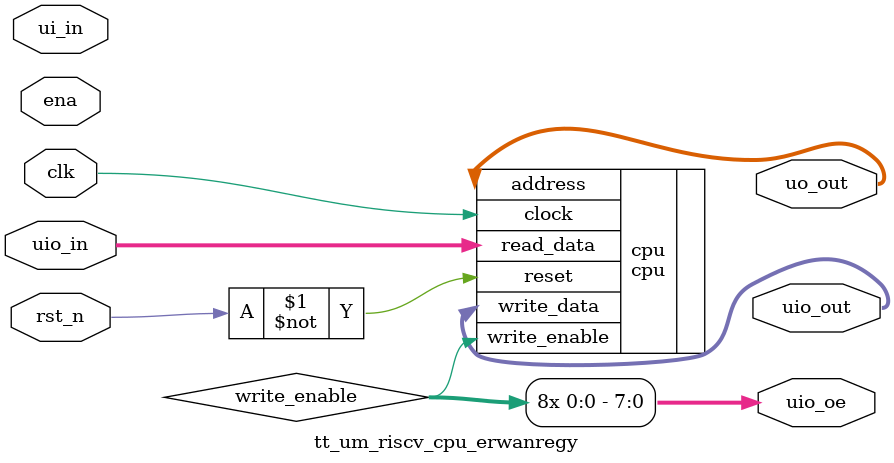
<source format=sv>
/*
 * Copyright (c) 2024 Erwan Régy
 * SPDX-License-Identifier: Apache-2.0
 */

`default_nettype none

module tt_um_riscv_cpu_erwanregy (
    input  wire [7:0] ui_in,    // Dedicated inputs
    output wire [7:0] uo_out,   // Dedicated outputs
    input  wire [7:0] uio_in,   // IOs: Input path
    output wire [7:0] uio_out,  // IOs: Output path
    output wire [7:0] uio_oe,   // IOs: Enable path (active high: 0=input, 1=output)
    input  wire       ena,      // always 1 when the design is powered, so you can ignore it
    input  wire       clk,      // clock
    input  wire       rst_n     // reset_n - low to reset
);

    wire write_enable;

    cpu cpu (
        .clock(clk),
        .reset(~rst_n),

        .address(uo_out),
        .write_enable,
        .write_data(uio_out),
        .read_data(uio_in)
    );

    assign uio_oe = {8{write_enable}};

endmodule

</source>
